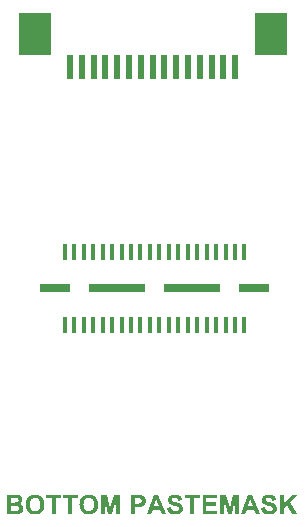
<source format=gbp>
G04*
G04 #@! TF.GenerationSoftware,Altium Limited,Altium Designer,22.5.1 (42)*
G04*
G04 Layer_Color=128*
%FSLAX25Y25*%
%MOIN*%
G70*
G04*
G04 #@! TF.SameCoordinates,343D76CA-8D90-4984-A01A-401E7FF7C9D5*
G04*
G04*
G04 #@! TF.FilePolarity,Positive*
G04*
G01*
G75*
%ADD12R,0.02402X0.07874*%
%ADD13R,0.10551X0.14173*%
%ADD31R,0.10000X0.02520*%
%ADD32R,0.18504X0.02520*%
%ADD33R,0.01811X0.05709*%
G36*
X97322Y-68699D02*
X97424Y-68708D01*
X97544Y-68718D01*
X97664Y-68736D01*
X97803Y-68755D01*
X98099Y-68819D01*
X98247Y-68866D01*
X98395Y-68912D01*
X98543Y-68977D01*
X98682Y-69051D01*
X98811Y-69134D01*
X98931Y-69226D01*
X98940Y-69236D01*
X98959Y-69254D01*
X98987Y-69282D01*
X99024Y-69319D01*
X99070Y-69375D01*
X99125Y-69439D01*
X99181Y-69513D01*
X99246Y-69596D01*
X99301Y-69698D01*
X99357Y-69800D01*
X99412Y-69920D01*
X99459Y-70050D01*
X99505Y-70179D01*
X99542Y-70327D01*
X99570Y-70475D01*
X99579Y-70642D01*
X98284Y-70688D01*
Y-70679D01*
Y-70670D01*
X98265Y-70605D01*
X98247Y-70521D01*
X98210Y-70420D01*
X98163Y-70300D01*
X98099Y-70188D01*
X98015Y-70078D01*
X97923Y-69985D01*
X97914Y-69976D01*
X97877Y-69948D01*
X97812Y-69911D01*
X97720Y-69874D01*
X97609Y-69837D01*
X97470Y-69800D01*
X97303Y-69772D01*
X97109Y-69763D01*
X97017D01*
X96915Y-69772D01*
X96795Y-69791D01*
X96656Y-69819D01*
X96508Y-69865D01*
X96369Y-69920D01*
X96240Y-70003D01*
X96230Y-70013D01*
X96212Y-70031D01*
X96175Y-70059D01*
X96138Y-70105D01*
X96101Y-70161D01*
X96064Y-70235D01*
X96045Y-70309D01*
X96036Y-70401D01*
Y-70411D01*
Y-70438D01*
X96045Y-70485D01*
X96064Y-70531D01*
X96082Y-70596D01*
X96110Y-70660D01*
X96156Y-70725D01*
X96221Y-70790D01*
X96230Y-70799D01*
X96276Y-70827D01*
X96304Y-70845D01*
X96351Y-70864D01*
X96397Y-70891D01*
X96461Y-70919D01*
X96536Y-70947D01*
X96619Y-70984D01*
X96721Y-71021D01*
X96822Y-71058D01*
X96952Y-71095D01*
X97091Y-71132D01*
X97238Y-71169D01*
X97405Y-71215D01*
X97414D01*
X97451Y-71224D01*
X97498Y-71234D01*
X97562Y-71252D01*
X97636Y-71271D01*
X97729Y-71298D01*
X97831Y-71326D01*
X97932Y-71354D01*
X98154Y-71428D01*
X98386Y-71502D01*
X98608Y-71585D01*
X98700Y-71631D01*
X98793Y-71678D01*
X98802D01*
X98811Y-71687D01*
X98866Y-71724D01*
X98950Y-71780D01*
X99051Y-71854D01*
X99163Y-71946D01*
X99283Y-72057D01*
X99403Y-72186D01*
X99505Y-72334D01*
X99514Y-72353D01*
X99542Y-72408D01*
X99588Y-72492D01*
X99634Y-72612D01*
X99681Y-72760D01*
X99727Y-72936D01*
X99755Y-73130D01*
X99764Y-73352D01*
Y-73361D01*
Y-73380D01*
Y-73408D01*
Y-73444D01*
X99755Y-73491D01*
X99745Y-73555D01*
X99727Y-73685D01*
X99690Y-73852D01*
X99634Y-74027D01*
X99551Y-74203D01*
X99449Y-74388D01*
Y-74397D01*
X99431Y-74406D01*
X99394Y-74462D01*
X99320Y-74555D01*
X99227Y-74656D01*
X99107Y-74777D01*
X98950Y-74888D01*
X98783Y-74998D01*
X98580Y-75100D01*
X98571D01*
X98552Y-75109D01*
X98524Y-75119D01*
X98478Y-75137D01*
X98423Y-75156D01*
X98358Y-75174D01*
X98284Y-75193D01*
X98201Y-75211D01*
X98099Y-75239D01*
X97997Y-75257D01*
X97757Y-75295D01*
X97488Y-75322D01*
X97192Y-75331D01*
X97072D01*
X96989Y-75322D01*
X96887Y-75313D01*
X96776Y-75304D01*
X96647Y-75285D01*
X96508Y-75257D01*
X96202Y-75193D01*
X96045Y-75147D01*
X95897Y-75100D01*
X95740Y-75036D01*
X95592Y-74962D01*
X95453Y-74878D01*
X95324Y-74777D01*
X95315Y-74767D01*
X95296Y-74749D01*
X95259Y-74721D01*
X95222Y-74675D01*
X95166Y-74610D01*
X95111Y-74536D01*
X95046Y-74453D01*
X94982Y-74360D01*
X94917Y-74249D01*
X94852Y-74129D01*
X94787Y-73990D01*
X94723Y-73842D01*
X94676Y-73685D01*
X94621Y-73509D01*
X94584Y-73324D01*
X94556Y-73130D01*
X95814Y-73010D01*
Y-73019D01*
X95823Y-73037D01*
Y-73075D01*
X95833Y-73111D01*
X95870Y-73223D01*
X95916Y-73361D01*
X95971Y-73519D01*
X96055Y-73676D01*
X96147Y-73814D01*
X96267Y-73944D01*
X96286Y-73953D01*
X96332Y-73990D01*
X96406Y-74037D01*
X96517Y-74092D01*
X96656Y-74147D01*
X96813Y-74194D01*
X96998Y-74231D01*
X97211Y-74240D01*
X97312D01*
X97424Y-74221D01*
X97562Y-74203D01*
X97710Y-74175D01*
X97868Y-74129D01*
X98015Y-74064D01*
X98145Y-73981D01*
X98163Y-73972D01*
X98201Y-73935D01*
X98247Y-73879D01*
X98312Y-73805D01*
X98367Y-73713D01*
X98423Y-73602D01*
X98460Y-73491D01*
X98469Y-73361D01*
Y-73352D01*
Y-73324D01*
X98460Y-73278D01*
X98450Y-73223D01*
X98432Y-73167D01*
X98413Y-73102D01*
X98376Y-73037D01*
X98330Y-72973D01*
X98321Y-72964D01*
X98302Y-72945D01*
X98274Y-72917D01*
X98228Y-72880D01*
X98163Y-72834D01*
X98080Y-72788D01*
X97988Y-72742D01*
X97868Y-72695D01*
X97858D01*
X97821Y-72677D01*
X97757Y-72658D01*
X97710Y-72640D01*
X97655Y-72631D01*
X97590Y-72612D01*
X97516Y-72584D01*
X97433Y-72566D01*
X97340Y-72538D01*
X97229Y-72510D01*
X97109Y-72483D01*
X96979Y-72445D01*
X96832Y-72408D01*
X96822D01*
X96785Y-72399D01*
X96730Y-72381D01*
X96665Y-72362D01*
X96582Y-72334D01*
X96480Y-72307D01*
X96378Y-72270D01*
X96258Y-72233D01*
X96018Y-72140D01*
X95786Y-72029D01*
X95666Y-71974D01*
X95564Y-71909D01*
X95463Y-71844D01*
X95379Y-71780D01*
X95370Y-71770D01*
X95351Y-71752D01*
X95324Y-71724D01*
X95287Y-71687D01*
X95240Y-71631D01*
X95194Y-71567D01*
X95139Y-71502D01*
X95093Y-71419D01*
X94982Y-71224D01*
X94889Y-71003D01*
X94852Y-70882D01*
X94824Y-70762D01*
X94806Y-70623D01*
X94797Y-70485D01*
Y-70475D01*
Y-70466D01*
Y-70438D01*
Y-70401D01*
X94815Y-70309D01*
X94834Y-70188D01*
X94861Y-70050D01*
X94908Y-69893D01*
X94972Y-69726D01*
X95065Y-69569D01*
Y-69560D01*
X95074Y-69550D01*
X95120Y-69495D01*
X95176Y-69421D01*
X95268Y-69328D01*
X95379Y-69226D01*
X95518Y-69116D01*
X95675Y-69014D01*
X95860Y-68921D01*
X95870D01*
X95888Y-68912D01*
X95916Y-68903D01*
X95953Y-68884D01*
X96008Y-68866D01*
X96064Y-68847D01*
X96138Y-68829D01*
X96221Y-68801D01*
X96406Y-68764D01*
X96619Y-68727D01*
X96859Y-68699D01*
X97127Y-68690D01*
X97238D01*
X97322Y-68699D01*
D02*
G37*
G36*
X66011Y-68699D02*
X66112Y-68708D01*
X66233Y-68718D01*
X66353Y-68736D01*
X66492Y-68755D01*
X66787Y-68819D01*
X66936Y-68866D01*
X67084Y-68912D01*
X67232Y-68977D01*
X67370Y-69051D01*
X67500Y-69134D01*
X67620Y-69226D01*
X67629Y-69236D01*
X67648Y-69254D01*
X67676Y-69282D01*
X67712Y-69319D01*
X67759Y-69375D01*
X67814Y-69439D01*
X67870Y-69513D01*
X67935Y-69596D01*
X67990Y-69698D01*
X68046Y-69800D01*
X68101Y-69920D01*
X68147Y-70050D01*
X68194Y-70179D01*
X68231Y-70327D01*
X68258Y-70475D01*
X68268Y-70642D01*
X66973Y-70688D01*
Y-70679D01*
Y-70670D01*
X66954Y-70605D01*
X66936Y-70521D01*
X66899Y-70420D01*
X66852Y-70300D01*
X66787Y-70188D01*
X66704Y-70078D01*
X66612Y-69985D01*
X66602Y-69976D01*
X66566Y-69948D01*
X66501Y-69911D01*
X66408Y-69874D01*
X66297Y-69837D01*
X66159Y-69800D01*
X65992Y-69772D01*
X65798Y-69763D01*
X65705D01*
X65604Y-69772D01*
X65483Y-69791D01*
X65345Y-69819D01*
X65197Y-69865D01*
X65058Y-69920D01*
X64928Y-70003D01*
X64919Y-70013D01*
X64900Y-70031D01*
X64864Y-70059D01*
X64827Y-70105D01*
X64789Y-70161D01*
X64753Y-70235D01*
X64734Y-70309D01*
X64725Y-70401D01*
Y-70411D01*
Y-70438D01*
X64734Y-70485D01*
X64753Y-70531D01*
X64771Y-70596D01*
X64799Y-70660D01*
X64845Y-70725D01*
X64910Y-70790D01*
X64919Y-70799D01*
X64965Y-70827D01*
X64993Y-70845D01*
X65039Y-70864D01*
X65086Y-70891D01*
X65150Y-70919D01*
X65224Y-70947D01*
X65308Y-70984D01*
X65409Y-71021D01*
X65511Y-71058D01*
X65640Y-71095D01*
X65779Y-71132D01*
X65927Y-71169D01*
X66094Y-71215D01*
X66103D01*
X66140Y-71224D01*
X66186Y-71234D01*
X66251Y-71252D01*
X66325Y-71271D01*
X66418Y-71298D01*
X66519Y-71326D01*
X66621Y-71354D01*
X66843Y-71428D01*
X67074Y-71502D01*
X67296Y-71585D01*
X67389Y-71631D01*
X67481Y-71678D01*
X67491D01*
X67500Y-71687D01*
X67555Y-71724D01*
X67638Y-71780D01*
X67740Y-71854D01*
X67851Y-71946D01*
X67972Y-72057D01*
X68092Y-72186D01*
X68194Y-72334D01*
X68203Y-72353D01*
X68231Y-72408D01*
X68277Y-72492D01*
X68323Y-72612D01*
X68369Y-72760D01*
X68415Y-72936D01*
X68443Y-73130D01*
X68453Y-73352D01*
Y-73361D01*
Y-73380D01*
Y-73408D01*
Y-73444D01*
X68443Y-73491D01*
X68434Y-73555D01*
X68415Y-73685D01*
X68379Y-73852D01*
X68323Y-74027D01*
X68240Y-74203D01*
X68138Y-74388D01*
Y-74397D01*
X68120Y-74406D01*
X68083Y-74462D01*
X68009Y-74555D01*
X67916Y-74656D01*
X67796Y-74777D01*
X67638Y-74888D01*
X67472Y-74998D01*
X67269Y-75100D01*
X67259D01*
X67241Y-75109D01*
X67213Y-75119D01*
X67167Y-75137D01*
X67111Y-75156D01*
X67047Y-75174D01*
X66973Y-75193D01*
X66889Y-75211D01*
X66787Y-75239D01*
X66686Y-75257D01*
X66445Y-75295D01*
X66177Y-75322D01*
X65881Y-75331D01*
X65761D01*
X65677Y-75322D01*
X65576Y-75313D01*
X65465Y-75304D01*
X65335Y-75285D01*
X65197Y-75257D01*
X64891Y-75193D01*
X64734Y-75147D01*
X64586Y-75100D01*
X64429Y-75036D01*
X64281Y-74962D01*
X64142Y-74878D01*
X64012Y-74777D01*
X64003Y-74767D01*
X63985Y-74749D01*
X63948Y-74721D01*
X63911Y-74675D01*
X63855Y-74610D01*
X63800Y-74536D01*
X63735Y-74453D01*
X63670Y-74360D01*
X63606Y-74249D01*
X63541Y-74129D01*
X63476Y-73990D01*
X63411Y-73842D01*
X63365Y-73685D01*
X63310Y-73509D01*
X63273Y-73324D01*
X63245Y-73130D01*
X64503Y-73010D01*
Y-73019D01*
X64512Y-73037D01*
Y-73075D01*
X64521Y-73111D01*
X64558Y-73223D01*
X64605Y-73361D01*
X64660Y-73519D01*
X64743Y-73676D01*
X64836Y-73814D01*
X64956Y-73944D01*
X64974Y-73953D01*
X65021Y-73990D01*
X65095Y-74037D01*
X65206Y-74092D01*
X65345Y-74147D01*
X65502Y-74194D01*
X65687Y-74231D01*
X65899Y-74240D01*
X66001D01*
X66112Y-74221D01*
X66251Y-74203D01*
X66399Y-74175D01*
X66556Y-74129D01*
X66704Y-74064D01*
X66834Y-73981D01*
X66852Y-73972D01*
X66889Y-73935D01*
X66936Y-73879D01*
X67000Y-73805D01*
X67056Y-73713D01*
X67111Y-73602D01*
X67148Y-73491D01*
X67158Y-73361D01*
Y-73352D01*
Y-73324D01*
X67148Y-73278D01*
X67139Y-73223D01*
X67121Y-73167D01*
X67102Y-73102D01*
X67065Y-73037D01*
X67019Y-72973D01*
X67010Y-72964D01*
X66991Y-72945D01*
X66963Y-72917D01*
X66917Y-72880D01*
X66852Y-72834D01*
X66769Y-72788D01*
X66676Y-72742D01*
X66556Y-72695D01*
X66547D01*
X66510Y-72677D01*
X66445Y-72658D01*
X66399Y-72640D01*
X66344Y-72631D01*
X66279Y-72612D01*
X66205Y-72584D01*
X66122Y-72566D01*
X66029Y-72538D01*
X65918Y-72510D01*
X65798Y-72483D01*
X65668Y-72445D01*
X65520Y-72408D01*
X65511D01*
X65474Y-72399D01*
X65419Y-72381D01*
X65354Y-72362D01*
X65271Y-72334D01*
X65169Y-72307D01*
X65067Y-72270D01*
X64947Y-72233D01*
X64706Y-72140D01*
X64475Y-72029D01*
X64355Y-71974D01*
X64253Y-71909D01*
X64151Y-71844D01*
X64068Y-71780D01*
X64059Y-71770D01*
X64040Y-71752D01*
X64012Y-71724D01*
X63976Y-71687D01*
X63929Y-71631D01*
X63883Y-71567D01*
X63828Y-71502D01*
X63781Y-71419D01*
X63670Y-71224D01*
X63578Y-71003D01*
X63541Y-70882D01*
X63513Y-70762D01*
X63495Y-70623D01*
X63485Y-70485D01*
Y-70475D01*
Y-70466D01*
Y-70438D01*
Y-70401D01*
X63504Y-70309D01*
X63522Y-70188D01*
X63550Y-70050D01*
X63596Y-69893D01*
X63661Y-69726D01*
X63753Y-69569D01*
Y-69560D01*
X63763Y-69550D01*
X63809Y-69495D01*
X63864Y-69421D01*
X63957Y-69328D01*
X64068Y-69226D01*
X64207Y-69116D01*
X64364Y-69014D01*
X64549Y-68921D01*
X64558D01*
X64577Y-68912D01*
X64605Y-68903D01*
X64641Y-68884D01*
X64697Y-68866D01*
X64753Y-68847D01*
X64827Y-68829D01*
X64910Y-68801D01*
X65095Y-68764D01*
X65308Y-68727D01*
X65548Y-68699D01*
X65816Y-68690D01*
X65927D01*
X66011Y-68699D01*
D02*
G37*
G36*
X104102Y-71308D02*
X106646Y-75211D01*
X104972D01*
X103205Y-72205D01*
X102160Y-73278D01*
Y-75211D01*
X100865D01*
Y-68810D01*
X102160D01*
Y-71659D01*
X104787Y-68810D01*
X106526D01*
X104102Y-71308D01*
D02*
G37*
G36*
X87128Y-75211D02*
X85935D01*
X85926Y-70179D01*
X84668Y-75211D01*
X83419D01*
X82161Y-70179D01*
Y-75211D01*
X80968D01*
Y-68810D01*
X82901D01*
X84048Y-73185D01*
X85186Y-68810D01*
X87128D01*
Y-75211D01*
D02*
G37*
G36*
X47363D02*
X46169D01*
X46160Y-70179D01*
X44902Y-75211D01*
X43653D01*
X42395Y-70179D01*
Y-75211D01*
X41202D01*
Y-68810D01*
X43135D01*
X44282Y-73185D01*
X45420Y-68810D01*
X47363D01*
Y-75211D01*
D02*
G37*
G36*
X94204D02*
X92808D01*
X92253Y-73759D01*
X89681D01*
X89154Y-75211D01*
X87785D01*
X90264Y-68810D01*
X91633D01*
X94204Y-75211D01*
D02*
G37*
G36*
X79765Y-69893D02*
X76315D01*
Y-71308D01*
X79525D01*
Y-72390D01*
X76315D01*
Y-74129D01*
X79886D01*
Y-75211D01*
X75020D01*
Y-68810D01*
X79765D01*
Y-69893D01*
D02*
G37*
G36*
X74178D02*
X72291D01*
Y-75211D01*
X70996D01*
Y-69893D01*
X69100D01*
Y-68810D01*
X74178D01*
Y-69893D01*
D02*
G37*
G36*
X62893Y-75211D02*
X61497D01*
X60941Y-73759D01*
X58370D01*
X57843Y-75211D01*
X56474D01*
X58953Y-68810D01*
X60322D01*
X62893Y-75211D01*
D02*
G37*
G36*
X53625Y-68819D02*
X53865D01*
X54124Y-68838D01*
X54383Y-68857D01*
X54494Y-68866D01*
X54605Y-68875D01*
X54698Y-68893D01*
X54772Y-68912D01*
X54781D01*
X54799Y-68921D01*
X54827Y-68931D01*
X54864Y-68940D01*
X54966Y-68986D01*
X55096Y-69042D01*
X55234Y-69125D01*
X55392Y-69236D01*
X55540Y-69375D01*
X55687Y-69541D01*
Y-69550D01*
X55706Y-69560D01*
X55725Y-69587D01*
X55743Y-69624D01*
X55780Y-69680D01*
X55808Y-69735D01*
X55845Y-69800D01*
X55882Y-69874D01*
X55947Y-70059D01*
X56011Y-70262D01*
X56048Y-70512D01*
X56067Y-70780D01*
Y-70790D01*
Y-70808D01*
Y-70836D01*
Y-70882D01*
X56058Y-70929D01*
Y-70993D01*
X56039Y-71123D01*
X56011Y-71280D01*
X55974Y-71456D01*
X55919Y-71622D01*
X55845Y-71780D01*
X55836Y-71798D01*
X55808Y-71844D01*
X55761Y-71918D01*
X55697Y-72011D01*
X55623Y-72103D01*
X55521Y-72214D01*
X55419Y-72316D01*
X55299Y-72408D01*
X55281Y-72418D01*
X55244Y-72445D01*
X55179Y-72483D01*
X55096Y-72529D01*
X54994Y-72584D01*
X54883Y-72631D01*
X54763Y-72677D01*
X54633Y-72714D01*
X54615D01*
X54587Y-72723D01*
X54550D01*
X54504Y-72732D01*
X54439Y-72742D01*
X54374Y-72751D01*
X54291D01*
X54208Y-72760D01*
X54106Y-72769D01*
X53995Y-72778D01*
X53874Y-72788D01*
X53745D01*
X53606Y-72797D01*
X52459D01*
Y-75211D01*
X51164D01*
Y-68810D01*
X53523D01*
X53625Y-68819D01*
D02*
G37*
G36*
X33423Y-69893D02*
X31536D01*
Y-75211D01*
X30241D01*
Y-69893D01*
X28345D01*
Y-68810D01*
X33423D01*
Y-69893D01*
D02*
G37*
G36*
X27956D02*
X26069D01*
Y-75211D01*
X24774D01*
Y-69893D01*
X22878D01*
Y-68810D01*
X27956D01*
Y-69893D01*
D02*
G37*
G36*
X12897Y-68819D02*
X13082Y-68829D01*
X13267Y-68838D01*
X13443Y-68857D01*
X13600Y-68875D01*
X13619D01*
X13665Y-68884D01*
X13730Y-68903D01*
X13822Y-68931D01*
X13924Y-68967D01*
X14035Y-69014D01*
X14155Y-69069D01*
X14266Y-69143D01*
X14275Y-69152D01*
X14312Y-69180D01*
X14368Y-69226D01*
X14442Y-69282D01*
X14516Y-69365D01*
X14599Y-69458D01*
X14682Y-69560D01*
X14756Y-69680D01*
X14765Y-69698D01*
X14784Y-69735D01*
X14821Y-69809D01*
X14858Y-69902D01*
X14895Y-70013D01*
X14932Y-70133D01*
X14951Y-70281D01*
X14960Y-70429D01*
Y-70438D01*
Y-70447D01*
Y-70503D01*
X14951Y-70586D01*
X14932Y-70697D01*
X14895Y-70827D01*
X14858Y-70965D01*
X14793Y-71104D01*
X14710Y-71252D01*
X14701Y-71271D01*
X14664Y-71317D01*
X14608Y-71382D01*
X14544Y-71465D01*
X14451Y-71548D01*
X14340Y-71650D01*
X14211Y-71733D01*
X14062Y-71816D01*
X14072D01*
X14090Y-71826D01*
X14118Y-71835D01*
X14155Y-71844D01*
X14266Y-71890D01*
X14396Y-71955D01*
X14534Y-72029D01*
X14692Y-72131D01*
X14830Y-72251D01*
X14960Y-72399D01*
X14969Y-72418D01*
X15006Y-72473D01*
X15062Y-72557D01*
X15117Y-72667D01*
X15173Y-72816D01*
X15228Y-72973D01*
X15265Y-73158D01*
X15274Y-73361D01*
Y-73370D01*
Y-73380D01*
Y-73435D01*
X15265Y-73519D01*
X15247Y-73629D01*
X15228Y-73759D01*
X15191Y-73907D01*
X15136Y-74055D01*
X15071Y-74212D01*
X15062Y-74231D01*
X15034Y-74277D01*
X14988Y-74351D01*
X14923Y-74444D01*
X14849Y-74555D01*
X14747Y-74656D01*
X14645Y-74767D01*
X14516Y-74869D01*
X14497Y-74878D01*
X14451Y-74906D01*
X14377Y-74952D01*
X14275Y-74998D01*
X14146Y-75054D01*
X13998Y-75100D01*
X13831Y-75147D01*
X13646Y-75174D01*
X13609D01*
X13572Y-75183D01*
X13480D01*
X13415Y-75193D01*
X13239D01*
X13128Y-75202D01*
X12851D01*
X12694Y-75211D01*
X9919D01*
Y-68810D01*
X12731D01*
X12897Y-68819D01*
D02*
G37*
G36*
X37225Y-68699D02*
X37317D01*
X37437Y-68718D01*
X37576Y-68736D01*
X37733Y-68764D01*
X37900Y-68801D01*
X38076Y-68847D01*
X38261Y-68903D01*
X38445Y-68977D01*
X38640Y-69060D01*
X38825Y-69162D01*
X39010Y-69282D01*
X39186Y-69421D01*
X39352Y-69578D01*
X39361Y-69587D01*
X39389Y-69615D01*
X39435Y-69670D01*
X39481Y-69735D01*
X39546Y-69828D01*
X39620Y-69939D01*
X39694Y-70068D01*
X39778Y-70216D01*
X39861Y-70373D01*
X39935Y-70559D01*
X40009Y-70762D01*
X40074Y-70975D01*
X40129Y-71215D01*
X40166Y-71465D01*
X40194Y-71733D01*
X40203Y-72020D01*
Y-72039D01*
Y-72085D01*
X40194Y-72168D01*
Y-72279D01*
X40175Y-72408D01*
X40157Y-72557D01*
X40129Y-72732D01*
X40101Y-72908D01*
X40055Y-73102D01*
X39999Y-73306D01*
X39926Y-73509D01*
X39842Y-73713D01*
X39750Y-73907D01*
X39630Y-74101D01*
X39500Y-74286D01*
X39352Y-74462D01*
X39343Y-74471D01*
X39315Y-74499D01*
X39269Y-74545D01*
X39195Y-74601D01*
X39112Y-74665D01*
X39010Y-74739D01*
X38890Y-74813D01*
X38760Y-74897D01*
X38603Y-74980D01*
X38436Y-75054D01*
X38251Y-75128D01*
X38048Y-75193D01*
X37835Y-75248D01*
X37604Y-75295D01*
X37363Y-75322D01*
X37104Y-75331D01*
X37040D01*
X36966Y-75322D01*
X36873Y-75313D01*
X36753Y-75304D01*
X36614Y-75285D01*
X36457Y-75257D01*
X36290Y-75221D01*
X36105Y-75174D01*
X35930Y-75119D01*
X35735Y-75045D01*
X35550Y-74962D01*
X35356Y-74869D01*
X35180Y-74749D01*
X35005Y-74619D01*
X34838Y-74462D01*
X34829Y-74453D01*
X34801Y-74425D01*
X34764Y-74370D01*
X34709Y-74305D01*
X34644Y-74212D01*
X34570Y-74101D01*
X34496Y-73981D01*
X34422Y-73833D01*
X34339Y-73676D01*
X34265Y-73491D01*
X34191Y-73296D01*
X34126Y-73084D01*
X34070Y-72852D01*
X34033Y-72603D01*
X34005Y-72334D01*
X33996Y-72057D01*
Y-72048D01*
Y-72011D01*
Y-71965D01*
X34005Y-71890D01*
Y-71807D01*
X34015Y-71715D01*
X34024Y-71604D01*
X34033Y-71483D01*
X34070Y-71224D01*
X34117Y-70947D01*
X34191Y-70670D01*
X34283Y-70411D01*
Y-70401D01*
X34292Y-70392D01*
X34311Y-70364D01*
X34320Y-70327D01*
X34376Y-70235D01*
X34440Y-70114D01*
X34524Y-69976D01*
X34625Y-69837D01*
X34745Y-69680D01*
X34875Y-69532D01*
X34884Y-69523D01*
X34894Y-69513D01*
X34940Y-69467D01*
X35023Y-69393D01*
X35125Y-69310D01*
X35245Y-69217D01*
X35384Y-69116D01*
X35541Y-69023D01*
X35708Y-68949D01*
X35717D01*
X35735Y-68940D01*
X35772Y-68921D01*
X35818Y-68912D01*
X35874Y-68884D01*
X35939Y-68866D01*
X36022Y-68847D01*
X36105Y-68819D01*
X36309Y-68773D01*
X36540Y-68727D01*
X36808Y-68699D01*
X37086Y-68690D01*
X37150D01*
X37225Y-68699D01*
D02*
G37*
G36*
X19335D02*
X19428D01*
X19548Y-68718D01*
X19687Y-68736D01*
X19844Y-68764D01*
X20010Y-68801D01*
X20186Y-68847D01*
X20371Y-68903D01*
X20556Y-68977D01*
X20750Y-69060D01*
X20935Y-69162D01*
X21120Y-69282D01*
X21296Y-69421D01*
X21463Y-69578D01*
X21472Y-69587D01*
X21499Y-69615D01*
X21546Y-69670D01*
X21592Y-69735D01*
X21657Y-69828D01*
X21731Y-69939D01*
X21805Y-70068D01*
X21888Y-70216D01*
X21971Y-70373D01*
X22045Y-70559D01*
X22119Y-70762D01*
X22184Y-70975D01*
X22240Y-71215D01*
X22277Y-71465D01*
X22304Y-71733D01*
X22314Y-72020D01*
Y-72039D01*
Y-72085D01*
X22304Y-72168D01*
Y-72279D01*
X22286Y-72408D01*
X22267Y-72557D01*
X22240Y-72732D01*
X22212Y-72908D01*
X22165Y-73102D01*
X22110Y-73306D01*
X22036Y-73509D01*
X21953Y-73713D01*
X21860Y-73907D01*
X21740Y-74101D01*
X21611Y-74286D01*
X21463Y-74462D01*
X21453Y-74471D01*
X21426Y-74499D01*
X21379Y-74545D01*
X21305Y-74601D01*
X21222Y-74665D01*
X21120Y-74739D01*
X21000Y-74813D01*
X20871Y-74897D01*
X20713Y-74980D01*
X20547Y-75054D01*
X20362Y-75128D01*
X20158Y-75193D01*
X19946Y-75248D01*
X19714Y-75295D01*
X19474Y-75322D01*
X19215Y-75331D01*
X19150D01*
X19076Y-75322D01*
X18983Y-75313D01*
X18863Y-75304D01*
X18724Y-75285D01*
X18567Y-75257D01*
X18401Y-75221D01*
X18216Y-75174D01*
X18040Y-75119D01*
X17846Y-75045D01*
X17661Y-74962D01*
X17467Y-74869D01*
X17291Y-74749D01*
X17115Y-74619D01*
X16949Y-74462D01*
X16939Y-74453D01*
X16912Y-74425D01*
X16874Y-74370D01*
X16819Y-74305D01*
X16754Y-74212D01*
X16680Y-74101D01*
X16606Y-73981D01*
X16532Y-73833D01*
X16449Y-73676D01*
X16375Y-73491D01*
X16301Y-73296D01*
X16236Y-73084D01*
X16181Y-72852D01*
X16144Y-72603D01*
X16116Y-72334D01*
X16107Y-72057D01*
Y-72048D01*
Y-72011D01*
Y-71965D01*
X16116Y-71890D01*
Y-71807D01*
X16125Y-71715D01*
X16135Y-71604D01*
X16144Y-71483D01*
X16181Y-71224D01*
X16227Y-70947D01*
X16301Y-70670D01*
X16394Y-70411D01*
Y-70401D01*
X16403Y-70392D01*
X16421Y-70364D01*
X16431Y-70327D01*
X16486Y-70235D01*
X16551Y-70114D01*
X16634Y-69976D01*
X16736Y-69837D01*
X16856Y-69680D01*
X16986Y-69532D01*
X16995Y-69523D01*
X17004Y-69513D01*
X17050Y-69467D01*
X17133Y-69393D01*
X17235Y-69310D01*
X17356Y-69217D01*
X17494Y-69116D01*
X17652Y-69023D01*
X17818Y-68949D01*
X17827D01*
X17846Y-68940D01*
X17883Y-68921D01*
X17929Y-68912D01*
X17985Y-68884D01*
X18049Y-68866D01*
X18133Y-68847D01*
X18216Y-68819D01*
X18419Y-68773D01*
X18651Y-68727D01*
X18919Y-68699D01*
X19196Y-68690D01*
X19261D01*
X19335Y-68699D01*
D02*
G37*
%LPC*%
G36*
X90939Y-70300D02*
X90070Y-72677D01*
X91837D01*
X90939Y-70300D01*
D02*
G37*
G36*
X59628D02*
X58759Y-72677D01*
X60525D01*
X59628Y-70300D01*
D02*
G37*
G36*
X53421Y-69893D02*
X52459D01*
Y-71715D01*
X53347D01*
X53412Y-71706D01*
X53579D01*
X53745Y-71696D01*
X53912Y-71678D01*
X54060Y-71650D01*
X54124Y-71641D01*
X54180Y-71622D01*
X54189Y-71613D01*
X54226Y-71604D01*
X54272Y-71576D01*
X54328Y-71548D01*
X54393Y-71502D01*
X54457Y-71447D01*
X54531Y-71382D01*
X54587Y-71308D01*
X54596Y-71298D01*
X54615Y-71271D01*
X54633Y-71224D01*
X54661Y-71160D01*
X54689Y-71086D01*
X54716Y-71003D01*
X54725Y-70910D01*
X54735Y-70808D01*
Y-70790D01*
Y-70753D01*
X54725Y-70688D01*
X54707Y-70605D01*
X54679Y-70512D01*
X54642Y-70411D01*
X54596Y-70318D01*
X54522Y-70226D01*
X54513Y-70216D01*
X54485Y-70188D01*
X54439Y-70152D01*
X54383Y-70105D01*
X54309Y-70050D01*
X54217Y-70003D01*
X54115Y-69967D01*
X54004Y-69939D01*
X53995D01*
X53958Y-69929D01*
X53893Y-69920D01*
X53800Y-69911D01*
X53680D01*
X53597Y-69902D01*
X53514D01*
X53421Y-69893D01*
D02*
G37*
G36*
X12499Y-69874D02*
X11214D01*
Y-71354D01*
X12453D01*
X12610Y-71345D01*
X12897D01*
X12953Y-71336D01*
X13008D01*
X13045Y-71326D01*
X13101Y-71317D01*
X13184Y-71289D01*
X13267Y-71262D01*
X13350Y-71224D01*
X13433Y-71178D01*
X13508Y-71114D01*
X13517Y-71104D01*
X13535Y-71077D01*
X13572Y-71039D01*
X13609Y-70975D01*
X13637Y-70901D01*
X13674Y-70818D01*
X13692Y-70716D01*
X13702Y-70605D01*
Y-70596D01*
Y-70559D01*
X13692Y-70503D01*
X13683Y-70429D01*
X13665Y-70355D01*
X13628Y-70281D01*
X13591Y-70198D01*
X13535Y-70124D01*
X13526Y-70114D01*
X13508Y-70096D01*
X13461Y-70059D01*
X13415Y-70022D01*
X13341Y-69985D01*
X13258Y-69948D01*
X13156Y-69920D01*
X13045Y-69902D01*
X13036D01*
X12999Y-69893D01*
X12897D01*
X12842Y-69883D01*
X12601D01*
X12499Y-69874D01*
D02*
G37*
G36*
X12555Y-72418D02*
X11214D01*
Y-74129D01*
X12638D01*
X12777Y-74120D01*
X12925D01*
X13073Y-74111D01*
X13193Y-74101D01*
X13249D01*
X13286Y-74092D01*
X13295D01*
X13332Y-74083D01*
X13387Y-74064D01*
X13452Y-74046D01*
X13526Y-74009D01*
X13609Y-73962D01*
X13683Y-73907D01*
X13757Y-73842D01*
X13767Y-73833D01*
X13785Y-73805D01*
X13813Y-73759D01*
X13850Y-73694D01*
X13887Y-73620D01*
X13915Y-73528D01*
X13933Y-73417D01*
X13942Y-73296D01*
Y-73287D01*
Y-73250D01*
X13933Y-73195D01*
X13924Y-73130D01*
X13905Y-73047D01*
X13878Y-72973D01*
X13840Y-72890D01*
X13794Y-72806D01*
X13785Y-72797D01*
X13767Y-72769D01*
X13739Y-72732D01*
X13692Y-72695D01*
X13637Y-72640D01*
X13563Y-72593D01*
X13480Y-72547D01*
X13387Y-72510D01*
X13378D01*
X13332Y-72492D01*
X13258Y-72483D01*
X13212Y-72473D01*
X13147Y-72464D01*
X13082Y-72455D01*
X12999Y-72445D01*
X12906Y-72436D01*
X12795D01*
X12684Y-72427D01*
X12555Y-72418D01*
D02*
G37*
G36*
X37104Y-69791D02*
X37030D01*
X36975Y-69800D01*
X36901Y-69809D01*
X36827Y-69819D01*
X36642Y-69855D01*
X36438Y-69929D01*
X36327Y-69967D01*
X36216Y-70022D01*
X36115Y-70087D01*
X36004Y-70161D01*
X35902Y-70244D01*
X35809Y-70346D01*
X35800Y-70355D01*
X35791Y-70373D01*
X35763Y-70401D01*
X35735Y-70447D01*
X35698Y-70512D01*
X35661Y-70577D01*
X35615Y-70660D01*
X35569Y-70762D01*
X35523Y-70873D01*
X35476Y-70993D01*
X35439Y-71132D01*
X35402Y-71280D01*
X35375Y-71447D01*
X35347Y-71622D01*
X35337Y-71807D01*
X35328Y-72011D01*
Y-72020D01*
Y-72057D01*
Y-72113D01*
X35337Y-72186D01*
X35347Y-72279D01*
X35356Y-72390D01*
X35375Y-72501D01*
X35393Y-72631D01*
X35449Y-72899D01*
X35541Y-73167D01*
X35597Y-73306D01*
X35661Y-73435D01*
X35745Y-73555D01*
X35828Y-73667D01*
X35837Y-73676D01*
X35855Y-73694D01*
X35883Y-73722D01*
X35920Y-73750D01*
X35967Y-73796D01*
X36031Y-73842D01*
X36096Y-73898D01*
X36179Y-73944D01*
X36355Y-74055D01*
X36577Y-74138D01*
X36697Y-74175D01*
X36827Y-74203D01*
X36966Y-74221D01*
X37104Y-74231D01*
X37178D01*
X37234Y-74221D01*
X37299Y-74212D01*
X37373Y-74203D01*
X37548Y-74157D01*
X37752Y-74092D01*
X37854Y-74046D01*
X37965Y-74000D01*
X38066Y-73935D01*
X38177Y-73861D01*
X38279Y-73778D01*
X38372Y-73676D01*
X38381Y-73667D01*
X38390Y-73648D01*
X38418Y-73620D01*
X38445Y-73574D01*
X38492Y-73509D01*
X38529Y-73435D01*
X38575Y-73352D01*
X38621Y-73250D01*
X38668Y-73139D01*
X38714Y-73019D01*
X38760Y-72880D01*
X38797Y-72723D01*
X38825Y-72566D01*
X38853Y-72390D01*
X38862Y-72196D01*
X38871Y-71992D01*
Y-71983D01*
Y-71946D01*
Y-71890D01*
X38862Y-71807D01*
X38853Y-71715D01*
X38843Y-71613D01*
X38834Y-71493D01*
X38806Y-71372D01*
X38751Y-71104D01*
X38668Y-70827D01*
X38612Y-70688D01*
X38547Y-70568D01*
X38464Y-70447D01*
X38381Y-70337D01*
X38372Y-70327D01*
X38362Y-70309D01*
X38335Y-70290D01*
X38298Y-70253D01*
X38242Y-70207D01*
X38186Y-70161D01*
X38122Y-70114D01*
X38039Y-70059D01*
X37955Y-70013D01*
X37854Y-69967D01*
X37641Y-69874D01*
X37521Y-69837D01*
X37391Y-69819D01*
X37252Y-69800D01*
X37104Y-69791D01*
D02*
G37*
G36*
X19215D02*
X19141D01*
X19085Y-69800D01*
X19011Y-69809D01*
X18937Y-69819D01*
X18752Y-69855D01*
X18549Y-69929D01*
X18438Y-69967D01*
X18327Y-70022D01*
X18225Y-70087D01*
X18114Y-70161D01*
X18012Y-70244D01*
X17920Y-70346D01*
X17911Y-70355D01*
X17901Y-70373D01*
X17874Y-70401D01*
X17846Y-70447D01*
X17809Y-70512D01*
X17772Y-70577D01*
X17726Y-70660D01*
X17679Y-70762D01*
X17633Y-70873D01*
X17587Y-70993D01*
X17550Y-71132D01*
X17513Y-71280D01*
X17485Y-71447D01*
X17457Y-71622D01*
X17448Y-71807D01*
X17439Y-72011D01*
Y-72020D01*
Y-72057D01*
Y-72113D01*
X17448Y-72186D01*
X17457Y-72279D01*
X17467Y-72390D01*
X17485Y-72501D01*
X17504Y-72631D01*
X17559Y-72899D01*
X17652Y-73167D01*
X17707Y-73306D01*
X17772Y-73435D01*
X17855Y-73555D01*
X17938Y-73667D01*
X17948Y-73676D01*
X17966Y-73694D01*
X17994Y-73722D01*
X18031Y-73750D01*
X18077Y-73796D01*
X18142Y-73842D01*
X18206Y-73898D01*
X18290Y-73944D01*
X18465Y-74055D01*
X18688Y-74138D01*
X18808Y-74175D01*
X18937Y-74203D01*
X19076Y-74221D01*
X19215Y-74231D01*
X19289D01*
X19344Y-74221D01*
X19409Y-74212D01*
X19483Y-74203D01*
X19659Y-74157D01*
X19862Y-74092D01*
X19964Y-74046D01*
X20075Y-74000D01*
X20177Y-73935D01*
X20288Y-73861D01*
X20390Y-73778D01*
X20482Y-73676D01*
X20491Y-73667D01*
X20501Y-73648D01*
X20528Y-73620D01*
X20556Y-73574D01*
X20602Y-73509D01*
X20639Y-73435D01*
X20686Y-73352D01*
X20732Y-73250D01*
X20778Y-73139D01*
X20824Y-73019D01*
X20871Y-72880D01*
X20908Y-72723D01*
X20935Y-72566D01*
X20963Y-72390D01*
X20972Y-72196D01*
X20981Y-71992D01*
Y-71983D01*
Y-71946D01*
Y-71890D01*
X20972Y-71807D01*
X20963Y-71715D01*
X20954Y-71613D01*
X20945Y-71493D01*
X20917Y-71372D01*
X20861Y-71104D01*
X20778Y-70827D01*
X20723Y-70688D01*
X20658Y-70568D01*
X20574Y-70447D01*
X20491Y-70337D01*
X20482Y-70327D01*
X20473Y-70309D01*
X20445Y-70290D01*
X20408Y-70253D01*
X20353Y-70207D01*
X20297Y-70161D01*
X20232Y-70114D01*
X20149Y-70059D01*
X20066Y-70013D01*
X19964Y-69967D01*
X19751Y-69874D01*
X19631Y-69837D01*
X19502Y-69819D01*
X19363Y-69800D01*
X19215Y-69791D01*
D02*
G37*
%LPD*%
D12*
X85915Y73802D02*
D03*
X81978D02*
D03*
X78041D02*
D03*
X74104D02*
D03*
X70167D02*
D03*
X66230D02*
D03*
X62293D02*
D03*
X58356D02*
D03*
X54419D02*
D03*
X30797D02*
D03*
X34734D02*
D03*
X38671D02*
D03*
X50482D02*
D03*
X42608D02*
D03*
X46545D02*
D03*
D13*
X19025Y84826D02*
D03*
X97687D02*
D03*
D31*
X92303Y0D02*
D03*
X25807D02*
D03*
D32*
X71555D02*
D03*
X46555D02*
D03*
D33*
X88976Y12165D02*
D03*
Y-12165D02*
D03*
X85827Y12165D02*
D03*
Y-12165D02*
D03*
X82677Y12165D02*
D03*
Y-12165D02*
D03*
X79528Y12165D02*
D03*
Y-12165D02*
D03*
X76378Y12165D02*
D03*
Y-12165D02*
D03*
X73228Y12165D02*
D03*
Y-12165D02*
D03*
X70079Y12165D02*
D03*
Y-12165D02*
D03*
X66929Y12165D02*
D03*
Y-12165D02*
D03*
X63780Y12165D02*
D03*
Y-12165D02*
D03*
X60630Y12165D02*
D03*
Y-12165D02*
D03*
X57480Y12165D02*
D03*
Y-12165D02*
D03*
X54331Y12165D02*
D03*
Y-12165D02*
D03*
X51181Y12165D02*
D03*
Y-12165D02*
D03*
X48031Y12165D02*
D03*
Y-12165D02*
D03*
X44882Y12165D02*
D03*
Y-12165D02*
D03*
X41732Y12165D02*
D03*
Y-12165D02*
D03*
X38583Y12165D02*
D03*
Y-12165D02*
D03*
X35433Y12165D02*
D03*
Y-12165D02*
D03*
X32283Y12165D02*
D03*
Y-12165D02*
D03*
X29134Y12165D02*
D03*
Y-12165D02*
D03*
M02*

</source>
